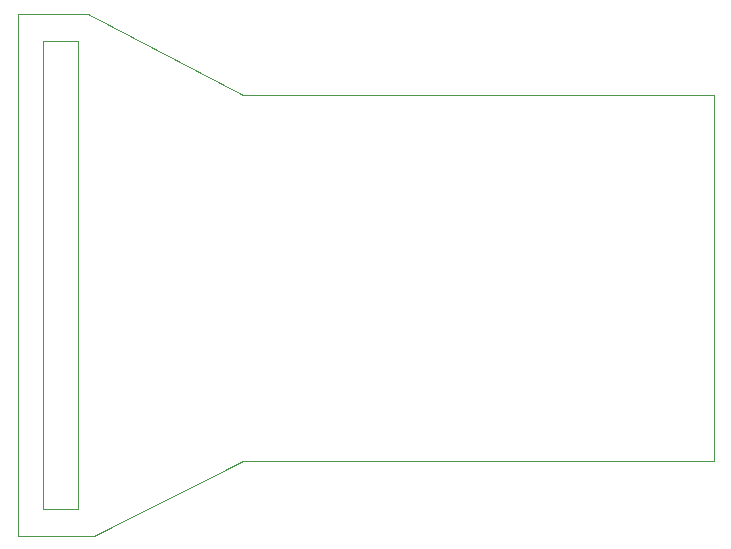
<source format=gbr>
G04 #@! TF.GenerationSoftware,KiCad,Pcbnew,5.1.4-e60b266~84~ubuntu16.04.1*
G04 #@! TF.CreationDate,2019-11-10T18:33:16+00:00*
G04 #@! TF.ProjectId,OpenPSX2AmigaPadAdapter,4f70656e-5053-4583-9241-6d6967615061,2*
G04 #@! TF.SameCoordinates,Original*
G04 #@! TF.FileFunction,Profile,NP*
%FSLAX46Y46*%
G04 Gerber Fmt 4.6, Leading zero omitted, Abs format (unit mm)*
G04 Created by KiCad (PCBNEW 5.1.4-e60b266~84~ubuntu16.04.1) date 2019-11-10 18:33:16*
%MOMM*%
%LPD*%
G04 APERTURE LIST*
%ADD10C,0.050000*%
G04 APERTURE END LIST*
D10*
X113792000Y-95758000D02*
X110871000Y-95758000D01*
X113792000Y-56134000D02*
X113792000Y-95758000D01*
X110871000Y-56134000D02*
X113792000Y-56134000D01*
X110871000Y-95758000D02*
X110871000Y-56134000D01*
X167640000Y-91694000D02*
X127762000Y-91694000D01*
X127762000Y-91694000D02*
X115189000Y-98044000D01*
X108712000Y-98044000D02*
X115189000Y-98044000D01*
X108712000Y-53848000D02*
X108712000Y-98044000D01*
X114681000Y-53848000D02*
X108712000Y-53848000D01*
X127762000Y-60706000D02*
X114681000Y-53848000D01*
X127762000Y-60706000D02*
X167640000Y-60706000D01*
X167640000Y-60706000D02*
X167640000Y-91694000D01*
M02*

</source>
